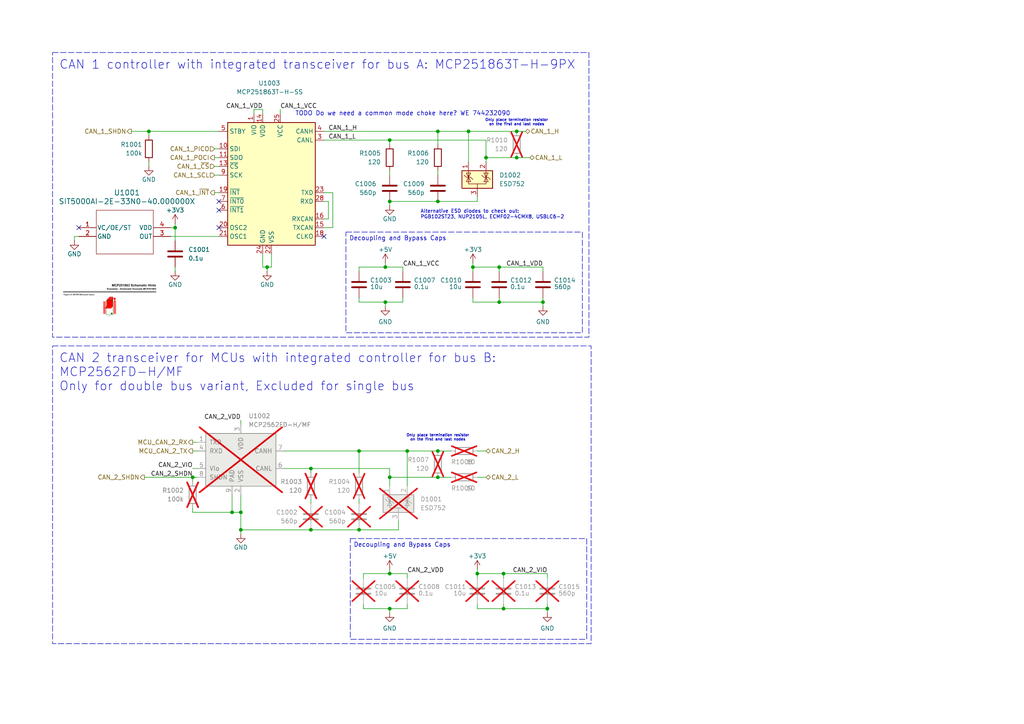
<source format=kicad_sch>
(kicad_sch (version 20231120) (generator "eeschema") (generator_version "8.0")
  (paper "A4")
  (title_block (title "bac MCU MicroMod Main Board Dual Function Single bacBus v1") (date "2025-02-12") (rev "1") (company "Build a CubeSat") (comment 1 "Manuel Imboden") (comment 2 "CC BY-SA 4.0") (comment 3 "https://buildacubesat.space"))
  (lib_symbols
    (symbol "Device:C" (pin_numbers hide) (pin_names (offset 0.254))
      (property "Reference" "C" (at 0.635 2.54 0))
      (property "Value" "C" (at 0.635 -2.54 0))
      (symbol "C_0_1"
        (polyline (pts (xy -2.032 -0.762) (xy 2.032 -0.762)) (stroke (width 0.508)))
        (polyline (pts (xy -2.032 0.762) (xy 2.032 0.762)) (stroke (width 0.508)))
      )
      (symbol "C_1_1"
        (pin passive line (at 0 3.81 270) (length 2.794) (name "~") (number "1"))
        (pin passive line (at 0 -3.81 90) (length 2.794) (name "~") (number "2"))
      )
    )
    (symbol "Device:R" (pin_numbers hide) (pin_names (offset 0))
      (property "Reference" "R" (at 2.032 0 90))
      (property "Value" "R" (at 0 0 90))
      (symbol "R_0_1"
        (rectangle (start -1.016 -2.54) (end 1.016 2.54) (stroke (width 0.254)))
      )
      (symbol "R_1_1"
        (pin passive line (at 0 3.81 270) (length 1.27) (name "~") (number "1"))
        (pin passive line (at 0 -3.81 90) (length 1.27) (name "~") (number "2"))
      )
    )
    (symbol "Interface_CAN_LIN:MCP2562-E-MF" (pin_names (offset 1.016))
      (property "Reference" "U" (at -10.16 8.89 0))
      (property "Value" "MCP2562-E-MF" (at 2.54 8.89 0))
      (symbol "MCP2562-E-MF_0_1"
        (rectangle (start -10.16 7.62) (end 10.16 -7.62) (stroke (width 0.254)) (fill (type background)))
      )
      (symbol "MCP2562-E-MF_1_1"
        (pin input line (at -12.7 5.08 0) (length 2.54) (name "TXD") (number "1"))
        (pin power_in line (at 0 -10.16 90) (length 2.54) (name "VSS") (number "2"))
        (pin power_in line (at 0 10.16 270) (length 2.54) (name "VDD") (number "3"))
        (pin output line (at -12.7 2.54 0) (length 2.54) (name "RXD") (number "4"))
        (pin power_in line (at -12.7 -2.54 0) (length 2.54) (name "Vio") (number "5"))
        (pin bidirectional line (at 12.7 -2.54 180) (length 2.54) (name "CANL") (number "6"))
        (pin bidirectional line (at 12.7 2.54 180) (length 2.54) (name "CANH") (number "7"))
        (pin input line (at -12.7 -5.08 0) (length 2.54) (name "SHDN") (number "8"))
        (pin power_in line (at -2.54 -10.16 90) (length 2.54) (name "PAD") (number "9"))
      )
    )
    (symbol "Power_Protection:NUP2105L" (pin_names hide)
      (property "Reference" "D" (at 5.715 2.54 0))
      (property "Value" "NUP2105L" (at 5.715 0.635 0))
      (symbol "NUP2105L_0_0"
        (pin passive line (at 0 -5.08 90) (length 2.54) (name "A") (number "3"))
      )
      (symbol "NUP2105L_0_1"
        (rectangle (start -4.445 2.54) (end 4.445 -2.54) (stroke (width 0.254)) (fill (type background)))
        (polyline (pts (xy -2.54 2.54) (xy -2.54 0.635)))
        (polyline (pts (xy 0 -1.27) (xy 0 -2.54)))
        (polyline (pts (xy 2.54 2.54) (xy 2.54 0.635)))
        (polyline (pts (xy -3.81 1.27) (xy -3.175 0.635) (xy -1.905 0.635) (xy -1.27 0)))
        (polyline (pts (xy -2.54 0.635) (xy -2.54 -1.27) (xy 2.54 -1.27) (xy 2.54 0.635)))
        (polyline (pts (xy -2.54 0.635) (xy -1.905 -0.635) (xy -3.175 -0.635) (xy -2.54 0.635)))
        (polyline (pts (xy 2.54 0.635) (xy 1.905 -0.635) (xy 3.175 -0.635) (xy 2.54 0.635)))
        (polyline (pts (xy 2.54 0.635) (xy 3.175 1.905) (xy 1.905 1.905) (xy 2.54 0.635)))
        (polyline (pts (xy -2.54 0.635) (xy -3.175 1.905) (xy -1.905 1.905) (xy -2.54 0.635) (xy -2.54 1.27)))
        (polyline (pts (xy 1.27 1.27) (xy 1.905 0.635) (xy 2.54 0.635) (xy 3.175 0.635) (xy 3.81 0)))
      )
      (symbol "NUP2105L_1_1"
        (pin passive line (at -2.54 5.08 270) (length 2.54) (name "K") (number "1"))
        (pin passive line (at 2.54 5.08 270) (length 2.54) (name "K") (number "2"))
      )
    )
    (symbol "bac MicroMod Main Board v1:MT MCP251863T-H/SS"
      (property "Reference" "U" (at -12.7 19.304 0))
      (property "Value" "MT MCP251863T-H-9PX" (at 4.572 19.304 0))
      (symbol "MT MCP251863T-H/SS_0_1"
        (rectangle (start -12.7 17.78) (end 12.7 -17.78) (stroke (width 0.254)) (fill (type background)))
      )
      (symbol "MT MCP251863T-H/SS_1_1"
        (pin power_in line (at -5.08 20.32 270) (length 2.54) (name "VIO") (number "1"))
        (pin input line (at -15.24 10.16 0) (length 2.54) (name "SDI") (number "10"))
        (pin output line (at -15.24 7.62 0) (length 2.54) (name "SDO") (number "11"))
        (pin no_connect line (at 0 -36.83 90) (length 2.54) hide (name "NC") (number "12"))
        (pin input line (at -15.24 5.08 0) (length 2.54) (name "~{CS}") (number "13"))
        (pin power_in line (at -2.54 20.32 270) (length 2.54) (name "VDD") (number "14"))
        (pin output line (at 15.24 -12.7 180) (length 2.54) (name "TXCAN") (number "15"))
        (pin input line (at 15.24 -10.16 180) (length 2.54) (name "RXCAN") (number "16"))
        (pin no_connect line (at 2.54 -36.83 90) (length 2.54) hide (name "NC") (number "17"))
        (pin output line (at 15.24 -15.24 180) (length 2.54) (name "CLKO") (number "18"))
        (pin output line (at -15.24 -2.54 0) (length 2.54) (name "~{INT}") (number "19"))
        (pin no_connect line (at -5.08 -36.83 90) (length 2.54) hide (name "NC") (number "2"))
        (pin output line (at -15.24 -12.7 0) (length 2.54) (name "OSC2") (number "20"))
        (pin input line (at -15.24 -15.24 0) (length 2.54) (name "OSC1") (number "21"))
        (pin power_in line (at 0 -20.32 90) (length 2.54) (name "VSS") (number "22"))
        (pin output line (at 15.24 -2.54 180) (length 2.54) (name "TXD") (number "23"))
        (pin power_in line (at -2.54 -20.32 90) (length 2.54) (name "GND") (number "24"))
        (pin power_in line (at 2.54 20.32 270) (length 2.54) (name "VCC") (number "25"))
        (pin no_connect line (at 5.08 -36.83 90) (length 2.54) hide (name "NC") (number "26"))
        (pin no_connect line (at 7.62 -36.83 90) (length 2.54) hide (name "NC") (number "27"))
        (pin output line (at 15.24 -5.08 180) (length 2.54) (name "RXD") (number "28"))
        (pin bidirectional line (at 15.24 12.7 180) (length 2.54) (name "CANL") (number "3"))
        (pin bidirectional line (at 15.24 15.24 180) (length 2.54) (name "CANH") (number "4"))
        (pin input line (at -15.24 15.24 0) (length 2.54) (name "STBY") (number "5"))
        (pin output line (at -15.24 -7.62 0) (length 2.54) (name "~{INT1}") (number "6"))
        (pin output line (at -15.24 -5.08 0) (length 2.54) (name "~{INT0}") (number "7"))
        (pin no_connect line (at -2.54 -36.83 90) (length 2.54) hide (name "NC") (number "8"))
        (pin input line (at -15.24 2.54 0) (length 2.54) (name "SCK") (number "9"))
      )
    )
    (symbol "bac MicroMod Main Board v1:SiT SIT5000AI-2E-33N0" (pin_names (offset 0.254))
      (property "Reference" "U" (at 0 11.43 0))
      (property "Value" "SiT SIT5000AI-2E-33N0" (at 0 8.89 0))
      (symbol "SiT SIT5000AI-2E-33N0_0_1"
        (polyline (pts (xy -8.89 -6.35) (xy 7.62 -6.35)) (stroke (width 0.127)))
        (polyline (pts (xy -8.89 6.35) (xy -8.89 -6.35)) (stroke (width 0.127)))
        (polyline (pts (xy 7.62 -6.35) (xy 7.62 6.35)) (stroke (width 0.127)))
        (polyline (pts (xy 7.62 6.35) (xy -8.89 6.35)) (stroke (width 0.127)))
        (pin unspecified line (at -13.97 1.27 0) (length 5.08) (name "VC/OE/ST") (number "1"))
        (pin power_out line (at -13.97 -1.27 0) (length 5.08) (name "GND") (number "2"))
        (pin output line (at 12.7 -1.27 180) (length 5.08) (name "OUT") (number "3"))
        (pin power_in line (at 12.7 1.27 180) (length 5.08) (name "VDD") (number "4"))
      )
    )
    (symbol "power:+3.3V" (power) (pin_numbers hide) (pin_names (offset 0) hide)
      (property "Value" "+3.3V" (at 0 3.556 0))
      (symbol "+3.3V_0_1"
        (polyline (pts (xy -0.762 1.27) (xy 0 2.54)))
        (polyline (pts (xy 0 0) (xy 0 2.54)))
        (polyline (pts (xy 0 2.54) (xy 0.762 1.27)))
      )
      (symbol "+3.3V_1_1"
        (pin power_in line (at 0 0 90) (length 0) (name "~") (number "1"))
      )
    )
    (symbol "power:GND" (power) (pin_numbers hide) (pin_names (offset 0) hide)
      (property "Value" "GND" (at 0 -3.81 0))
      (symbol "GND_0_1"
        (polyline (pts (xy 0 0) (xy 0 -1.27) (xy 1.27 -1.27) (xy 0 -2.54) (xy -1.27 -1.27) (xy 0 -1.27)))
      )
      (symbol "GND_1_1"
        (pin power_in line (at 0 0 270) (length 0) (name "~") (number "1"))
      )
    )
  )
  (junction (at 90.17 135.89))
  (junction (at 90.17 153.67))
  (junction (at 67.31 148.59))
  (junction (at 55.88 138.43))
  (junction (at 113.03 58.42))
  (junction (at 138.43 166.37))
  (junction (at 158.75 176.53))
  (junction (at 111.76 77.47))
  (junction (at 113.03 40.64))
  (junction (at 127 38.1))
  (junction (at 50.8 66.04))
  (junction (at 104.14 153.67))
  (junction (at 111.76 87.63))
  (junction (at 149.86 38.1))
  (junction (at 113.03 138.43))
  (junction (at 137.16 77.47))
  (junction (at 135.89 38.1))
  (junction (at 144.78 87.63))
  (junction (at 69.85 148.59))
  (junction (at 146.05 166.37))
  (junction (at 113.03 176.53))
  (junction (at 140.97 45.72))
  (junction (at 127 138.43))
  (junction (at 113.03 166.37))
  (junction (at 146.05 176.53))
  (junction (at 144.78 77.47))
  (junction (at 149.86 45.72))
  (junction (at 127 58.42))
  (junction (at 127 130.81))
  (junction (at 118.11 130.81))
  (junction (at 77.47 77.47))
  (junction (at 104.14 130.81))
  (junction (at 69.85 153.67))
  (junction (at 157.48 87.63))
  (junction (at 43.18 38.1))
  (no_connect (at 22.86 66.04))
  (no_connect (at 63.5 66.04))
  (no_connect (at 63.5 58.42))
  (no_connect (at 63.5 60.96))
  (no_connect (at 93.98 68.58))
  (wire (pts (xy 118.11 130.81) (xy 127 130.81)))
  (wire (pts (xy 113.03 41.91) (xy 113.03 40.64)))
  (wire (pts (xy 82.55 130.81) (xy 104.14 130.81)))
  (wire (pts (xy 116.84 87.63) (xy 111.76 87.63)))
  (wire (pts (xy 113.03 176.53) (xy 105.41 176.53)))
  (wire (pts (xy 137.16 76.2) (xy 137.16 77.47)))
  (wire (pts (xy 93.98 40.64) (xy 113.03 40.64)))
  (wire (pts (xy 55.88 138.43) (xy 57.15 138.43)))
  (wire (pts (xy 50.8 66.04) (xy 50.8 64.77)))
  (wire (pts (xy 113.03 58.42) (xy 127 58.42)))
  (wire (pts (xy 144.78 77.47) (xy 144.78 78.74)))
  (wire (pts (xy 62.23 50.8) (xy 63.5 50.8)))
  (wire (pts (xy 118.11 176.53) (xy 113.03 176.53)))
  (wire (pts (xy 55.88 128.27) (xy 57.15 128.27)))
  (wire (pts (xy 113.03 135.89) (xy 113.03 138.43)))
  (wire (pts (xy 144.78 86.36) (xy 144.78 87.63)))
  (wire (pts (xy 95.25 58.42) (xy 95.25 63.5)))
  (wire (pts (xy 90.17 146.05) (xy 90.17 144.78)))
  (wire (pts (xy 140.97 45.72) (xy 140.97 46.99)))
  (wire (pts (xy 140.97 40.64) (xy 140.97 45.72)))
  (wire (pts (xy 93.98 55.88) (xy 96.52 55.88)))
  (wire (pts (xy 50.8 77.47) (xy 50.8 78.74)))
  (wire (pts (xy 116.84 86.36) (xy 116.84 87.63)))
  (wire (pts (xy 105.41 176.53) (xy 105.41 175.26)))
  (wire (pts (xy 113.03 138.43) (xy 113.03 140.97)))
  (wire (pts (xy 41.91 138.43) (xy 55.88 138.43)))
  (wire (pts (xy 118.11 166.37) (xy 118.11 167.64)))
  (wire (pts (xy 113.03 138.43) (xy 127 138.43)))
  (wire (pts (xy 130.81 138.43) (xy 127 138.43)))
  (wire (pts (xy 73.66 31.75) (xy 73.66 33.02)))
  (wire (pts (xy 152.4 38.1) (xy 149.86 38.1)))
  (wire (pts (xy 96.52 66.04) (xy 93.98 66.04)))
  (wire (pts (xy 116.84 77.47) (xy 116.84 78.74)))
  (wire (pts (xy 77.47 77.47) (xy 77.47 78.74)))
  (wire (pts (xy 67.31 143.51) (xy 67.31 148.59)))
  (wire (pts (xy 49.53 66.04) (xy 50.8 66.04)))
  (wire (pts (xy 22.86 68.58) (xy 21.59 68.58)))
  (wire (pts (xy 138.43 58.42) (xy 127 58.42)))
  (wire (pts (xy 127 49.53) (xy 127 50.8)))
  (wire (pts (xy 69.85 121.92) (xy 69.85 123.19)))
  (wire (pts (xy 43.18 48.26) (xy 43.18 46.99)))
  (wire (pts (xy 118.11 130.81) (xy 118.11 140.97)))
  (wire (pts (xy 146.05 166.37) (xy 158.75 166.37)))
  (wire (pts (xy 115.57 153.67) (xy 104.14 153.67)))
  (wire (pts (xy 158.75 176.53) (xy 158.75 175.26)))
  (wire (pts (xy 137.16 77.47) (xy 137.16 78.74)))
  (wire (pts (xy 138.43 57.15) (xy 138.43 58.42)))
  (wire (pts (xy 104.14 130.81) (xy 118.11 130.81)))
  (wire (pts (xy 157.48 77.47) (xy 157.48 78.74)))
  (wire (pts (xy 113.03 166.37) (xy 118.11 166.37)))
  (wire (pts (xy 127 38.1) (xy 127 41.91)))
  (wire (pts (xy 138.43 165.1) (xy 138.43 166.37)))
  (wire (pts (xy 115.57 151.13) (xy 115.57 153.67)))
  (wire (pts (xy 104.14 130.81) (xy 104.14 137.16)))
  (wire (pts (xy 96.52 55.88) (xy 96.52 66.04)))
  (wire (pts (xy 43.18 38.1) (xy 43.18 39.37)))
  (wire (pts (xy 135.89 38.1) (xy 149.86 38.1)))
  (wire (pts (xy 137.16 87.63) (xy 137.16 86.36)))
  (wire (pts (xy 104.14 77.47) (xy 111.76 77.47)))
  (wire (pts (xy 76.2 77.47) (xy 77.47 77.47)))
  (wire (pts (xy 113.03 40.64) (xy 140.97 40.64)))
  (wire (pts (xy 43.18 38.1) (xy 63.5 38.1)))
  (wire (pts (xy 76.2 73.66) (xy 76.2 77.47)))
  (wire (pts (xy 93.98 38.1) (xy 127 38.1)))
  (wire (pts (xy 158.75 176.53) (xy 158.75 177.8)))
  (wire (pts (xy 127 38.1) (xy 135.89 38.1)))
  (wire (pts (xy 146.05 175.26) (xy 146.05 176.53)))
  (wire (pts (xy 140.97 138.43) (xy 138.43 138.43)))
  (wire (pts (xy 55.88 139.7) (xy 55.88 138.43)))
  (wire (pts (xy 69.85 154.94) (xy 69.85 153.67)))
  (wire (pts (xy 153.67 45.72) (xy 149.86 45.72)))
  (wire (pts (xy 138.43 176.53) (xy 146.05 176.53)))
  (wire (pts (xy 137.16 87.63) (xy 144.78 87.63)))
  (wire (pts (xy 69.85 143.51) (xy 69.85 148.59)))
  (wire (pts (xy 140.97 45.72) (xy 149.86 45.72)))
  (wire (pts (xy 137.16 77.47) (xy 144.78 77.47)))
  (wire (pts (xy 21.59 68.58) (xy 21.59 69.85)))
  (wire (pts (xy 104.14 87.63) (xy 104.14 86.36)))
  (wire (pts (xy 146.05 166.37) (xy 146.05 167.64)))
  (wire (pts (xy 138.43 166.37) (xy 146.05 166.37)))
  (wire (pts (xy 104.14 144.78) (xy 104.14 146.05)))
  (wire (pts (xy 135.89 38.1) (xy 135.89 46.99)))
  (wire (pts (xy 81.28 31.75) (xy 81.28 33.02)))
  (wire (pts (xy 90.17 135.89) (xy 82.55 135.89)))
  (wire (pts (xy 104.14 77.47) (xy 104.14 78.74)))
  (wire (pts (xy 55.88 135.89) (xy 57.15 135.89)))
  (wire (pts (xy 38.1 38.1) (xy 43.18 38.1)))
  (wire (pts (xy 49.53 68.58) (xy 63.5 68.58)))
  (wire (pts (xy 105.41 166.37) (xy 113.03 166.37)))
  (wire (pts (xy 157.48 87.63) (xy 157.48 88.9)))
  (wire (pts (xy 76.2 31.75) (xy 73.66 31.75)))
  (wire (pts (xy 113.03 59.69) (xy 113.03 58.42)))
  (wire (pts (xy 76.2 33.02) (xy 76.2 31.75)))
  (wire (pts (xy 111.76 76.2) (xy 111.76 77.47)))
  (wire (pts (xy 69.85 153.67) (xy 90.17 153.67)))
  (wire (pts (xy 90.17 135.89) (xy 113.03 135.89)))
  (wire (pts (xy 144.78 77.47) (xy 157.48 77.47)))
  (wire (pts (xy 113.03 176.53) (xy 113.03 177.8)))
  (wire (pts (xy 55.88 148.59) (xy 55.88 147.32)))
  (wire (pts (xy 158.75 166.37) (xy 158.75 167.64)))
  (wire (pts (xy 118.11 175.26) (xy 118.11 176.53)))
  (wire (pts (xy 62.23 43.18) (xy 63.5 43.18)))
  (wire (pts (xy 55.88 148.59) (xy 67.31 148.59)))
  (wire (pts (xy 95.25 63.5) (xy 93.98 63.5)))
  (wire (pts (xy 140.97 130.81) (xy 138.43 130.81)))
  (wire (pts (xy 62.23 45.72) (xy 63.5 45.72)))
  (wire (pts (xy 130.81 130.81) (xy 127 130.81)))
  (wire (pts (xy 69.85 148.59) (xy 69.85 153.67)))
  (wire (pts (xy 50.8 66.04) (xy 50.8 69.85)))
  (wire (pts (xy 157.48 87.63) (xy 157.48 86.36)))
  (wire (pts (xy 113.03 50.8) (xy 113.03 49.53)))
  (wire (pts (xy 55.88 130.81) (xy 57.15 130.81)))
  (wire (pts (xy 144.78 87.63) (xy 157.48 87.63)))
  (wire (pts (xy 146.05 176.53) (xy 158.75 176.53)))
  (wire (pts (xy 111.76 87.63) (xy 104.14 87.63)))
  (wire (pts (xy 78.74 73.66) (xy 78.74 77.47)))
  (wire (pts (xy 113.03 165.1) (xy 113.03 166.37)))
  (wire (pts (xy 90.17 153.67) (xy 104.14 153.67)))
  (wire (pts (xy 138.43 176.53) (xy 138.43 175.26)))
  (wire (pts (xy 138.43 166.37) (xy 138.43 167.64)))
  (wire (pts (xy 111.76 77.47) (xy 116.84 77.47)))
  (wire (pts (xy 93.98 58.42) (xy 95.25 58.42)))
  (wire (pts (xy 77.47 77.47) (xy 78.74 77.47)))
  (wire (pts (xy 67.31 148.59) (xy 69.85 148.59)))
  (wire (pts (xy 62.23 55.88) (xy 63.5 55.88)))
  (wire (pts (xy 105.41 166.37) (xy 105.41 167.64)))
  (wire (pts (xy 90.17 137.16) (xy 90.17 135.89)))
  (wire (pts (xy 111.76 87.63) (xy 111.76 88.9)))
  (wire (pts (xy 62.23 48.26) (xy 63.5 48.26)))
  (image (at 31.75 88.9) (scale 0.17893))
  (text_box "CAN 1 controller with integrated transceiver for bus A: MCP251863T-H-9PX" (at 15.24 15.24 0) (size 155.575 82.55) (stroke (width 0) (type dash)) (effects (font (size 2.54 2.54)) (justify left top)))
  (text_box "Decoupling and Bypass Caps" (at 100.33 67.31 0) (size 68.58 29.21) (stroke (width 0) (type dash)) (effects (font (size 1.27 1.27)) (justify left top)))
  (text_box "CAN 2 transceiver for MCUs with integrated controller for bus B: MCP2562FD-H/MF\nOnly for double bus variant, Excluded for single bus" (at 15.24 100.33 0) (size 156.21 86.36) (stroke (width 0) (type dash)) (effects (font (size 2.54 2.54)) (justify left top)))
  (text_box "Decoupling and Bypass Caps" (at 101.6 156.21 0) (size 68.58 29.21) (stroke (width 0) (type dash)) (effects (font (size 1.27 1.27)) (justify left top)))
  (text "Only place termination resistor\non the first and last nodes" (at 149.86 35.56 0) (effects (font (size 0.762 0.762))))
  (text "TODO Do we need a common mode choke here? WE 744232090" (at 116.84 33.02 0) (effects (font (size 1.27 1.27))))
  (text "Alternative ESD diodes to check out:\nPGB102ST23, NUP2105L, ECMF02-4CMX8, USBLC6-2" (at 121.92 62.23 0) (effects (font (size 1.016 1.016)) (justify left)))
  (text "Only place termination resistor\non the first and last nodes" (at 127 127 0) (effects (font (size 0.762 0.762))))
  (label "CAN_1_L" (at 95.25 40.64 0))
  (label "CAN_1_VDD" (at 157.48 77.47 180))
  (label "CAN_2_VIO" (at 158.75 166.37 180))
  (label "CAN_2_VDD" (at 118.11 166.37 0))
  (label "CAN_2_VIO" (at 55.88 135.89 180))
  (label "CAN_1_VDD" (at 76.2 31.75 180))
  (label "CAN_2_VDD" (at 69.85 121.92 180))
  (label "CAN_1_VCC" (at 81.28 31.75 0))
  (label "CAN_2_SHDN" (at 55.88 138.43 180))
  (label "CAN_1_H" (at 95.25 38.1 0))
  (label "CAN_1_VCC" (at 116.84 77.47 0))
  (hierarchical_label "CAN_1_L" (shape bidirectional) (at 153.67 45.72 0))
  (hierarchical_label "CAN_1_PICO" (shape input) (at 62.23 43.18 180))
  (hierarchical_label "CAN_1_SHDN" (shape output) (at 38.1 38.1 180))
  (hierarchical_label "CAN_1_POCI" (shape output) (at 62.23 45.72 180))
  (hierarchical_label "MCU_CAN_2_TX" (shape output) (at 55.88 130.81 180))
  (hierarchical_label "CAN_2_SHDN" (shape output) (at 41.91 138.43 180))
  (hierarchical_label "CAN_1_~{CS}" (shape input) (at 62.23 48.26 180))
  (hierarchical_label "CAN_2_L" (shape bidirectional) (at 140.97 138.43 0))
  (hierarchical_label "MCU_CAN_2_RX" (shape output) (at 55.88 128.27 180))
  (hierarchical_label "CAN_2_H" (shape bidirectional) (at 140.97 130.81 0))
  (hierarchical_label "CAN_1_H" (shape bidirectional) (at 152.4 38.1 0))
  (hierarchical_label "CAN_1_~{INT}" (shape output) (at 62.23 55.88 180))
  (hierarchical_label "CAN_1_SCL" (shape input) (at 62.23 50.8 180))
  (symbol (lib_id "Power_Protection:NUP2105L") (at 115.57 146.05 0) (unit 1) (exclude_from_sim yes) (in_bom no) (on_board no) (dnp yes)
    (property "Reference" "D1001" (at 121.92 144.7799 0) (effects (justify left)))
    (property "Value" "ESD752" (at 121.92 147.3199 0) (effects (justify left)))
    (property "Footprint" "Package_TO_SOT_SMD:SOT-23" (effects (hide yes)))
    (property "Datasheet" "https://www.ti.com/lit/ds/symlink/esd752.pdf" (effects (hide yes)))
    (property "Description" "37V (Typ) Clamp 5.7A (8/20µs) Ipp Tvs Diode Surface Mount SC-70-3" (effects (hide yes)))
  )
  (symbol (lib_id "power:+3.3V") (at 137.16 76.2 0) (unit 1)
    (property "Reference" "#PWR01012" (effects (hide yes)))
    (property "Value" "+3V3" (at 137.16 72.39 0))
    (property "Description" "Power symbol creates a global label with name \"+3.3V\"" (effects (hide yes)))
  )
  (symbol (lib_id "power:+3.3V") (at 111.76 76.2 0) (unit 1)
    (property "Reference" "#PWR01007" (effects (hide yes)))
    (property "Value" "+5V" (at 111.76 72.39 0))
    (property "Description" "Power symbol creates a global label with name \"+3.3V\"" (effects (hide yes)))
  )
  (symbol (lib_id "power:GND") (at 111.76 88.9 0) (unit 1)
    (property "Reference" "#PWR01008" (effects (hide yes)))
    (property "Value" "GND" (at 111.76 93.345 0))
    (property "Description" "Power symbol creates a global label with name \"GND\" , ground" (effects (hide yes)))
  )
  (symbol (lib_id "Interface_CAN_LIN:MCP2562-E-MF") (at 69.85 133.35 0) (unit 1) (exclude_from_sim yes) (in_bom no) (on_board no) (dnp yes)
    (property "Reference" "U1002" (at 72.0441 120.65 0) (effects (justify left)))
    (property "Value" "MCP2562FD-H/MF" (at 72.0441 123.19 0) (effects (justify left)))
    (property "Footprint" "Package_DFN_QFN:DFN-8-1EP_3x3mm_P0.65mm_EP1.55x2.4mm" (effects (hide yes)))
    (property "Datasheet" "http://ww1.microchip.com/downloads/en/DeviceDoc/25167A.pdf" (effects (hide yes)))
    (property "Description" "High-Speed CAN Transceiver, 1Mbps, 5V supply, Vio pin, -40C to +125C, DFN-8" (effects (hide yes)))
  )
  (symbol (lib_id "power:GND") (at 43.18 48.26 0) (unit 1)
    (property "Reference" "#PWR01002" (effects (hide yes)))
    (property "Value" "GND" (at 43.18 52.07 0))
    (property "Description" "Power symbol creates a global label with name \"GND\" , ground" (effects (hide yes)))
  )
  (symbol (lib_id "power:GND") (at 21.59 69.85 0) (unit 1)
    (property "Reference" "#PWR01001" (effects (hide yes)))
    (property "Value" "GND" (at 21.59 73.66 0))
    (property "Description" "Power symbol creates a global label with name \"GND\" , ground" (effects (hide yes)))
  )
  (symbol (lib_id "Device:C") (at 146.05 171.45 0) (unit 1) (exclude_from_sim yes) (in_bom no) (on_board no) (dnp yes)
    (property "Reference" "C1013" (at 149.225 170.18 0) (effects (justify left)))
    (property "Value" "0.1u" (at 149.225 172.085 0) (effects (justify left)))
    (property "Footprint" "bac MicroMod Main Board v1:bac-C-0603-0.1u" (effects (hide yes)))
    (property "Description" "Unpolarized capacitor" (effects (hide yes)))
    (property "Height" "0.95mm" (effects (hide yes)))
    (property "Rated Voltage" "50V" (effects (hide yes)))
    (property "Temperature Coefficient" "X7R" (effects (hide yes)))
  )
  (symbol (lib_id "power:+3.3V") (at 138.43 165.1 0) (unit 1)
    (property "Reference" "#PWR01013" (effects (hide yes)))
    (property "Value" "+3V3" (at 138.43 161.29 0))
    (property "Description" "Power symbol creates a global label with name \"+3.3V\"" (effects (hide yes)))
  )
  (symbol (lib_id "Power_Protection:NUP2105L") (at 138.43 52.07 0) (unit 1)
    (property "Reference" "D1002" (at 144.78 50.7999 0) (effects (justify left)))
    (property "Value" "ESD752" (at 144.78 53.3399 0) (effects (justify left)))
    (property "Footprint" "Package_TO_SOT_SMD:SOT-23" (effects (hide yes)))
    (property "Datasheet" "https://www.ti.com/lit/ds/symlink/esd752.pdf" (effects (hide yes)))
    (property "Description" "37V (Typ) Clamp 5.7A (8/20µs) Ipp Tvs Diode Surface Mount SC-70-3" (effects (hide yes)))
  )
  (symbol (lib_id "Device:R") (at 55.88 143.51 0) (unit 1) (exclude_from_sim yes) (in_bom no) (on_board no) (dnp yes)
    (property "Reference" "R1002" (at 53.34 142.2399 0) (effects (justify right)))
    (property "Value" "100k" (at 53.34 144.7799 0) (effects (justify right)))
    (property "Footprint" "bac MicroMod Main Board v1:bac-R-0603-100k" (effects (hide yes)))
    (property "Description" "Resistor" (effects (hide yes)))
    (property "Series" "E96" (effects (hide yes)))
  )
  (symbol (lib_id "Device:C") (at 90.17 149.86 0) (unit 1) (exclude_from_sim yes) (in_bom no) (on_board no) (dnp yes)
    (property "Reference" "C1002" (at 86.36 148.5899 0) (effects (justify right)))
    (property "Value" "560p" (at 86.36 151.1299 0) (effects (justify right)))
    (property "Footprint" "Capacitor_SMD:C_0603_1608Metric" (effects (hide yes)))
    (property "Description" "Unpolarized capacitor" (effects (hide yes)))
    (property "Height" "0.9mm" (effects (hide yes)))
    (property "Rated Voltage" "50V" (effects (hide yes)))
    (property "Temperature Coefficient" "X7R " (effects (hide yes)))
  )
  (symbol (lib_id "Device:C") (at 104.14 149.86 0) (unit 1) (exclude_from_sim yes) (in_bom no) (on_board no) (dnp yes)
    (property "Reference" "C1004" (at 100.33 148.5899 0) (effects (justify right)))
    (property "Value" "560p" (at 100.33 151.1299 0) (effects (justify right)))
    (property "Footprint" "Capacitor_SMD:C_0603_1608Metric" (effects (hide yes)))
    (property "Description" "Unpolarized capacitor" (effects (hide yes)))
    (property "Height" "0.9mm" (effects (hide yes)))
    (property "Rated Voltage" "50V" (effects (hide yes)))
    (property "Temperature Coefficient" "X7R " (effects (hide yes)))
  )
  (symbol (lib_id "power:GND") (at 77.47 78.74 0) (unit 1)
    (property "Reference" "#PWR01006" (effects (hide yes)))
    (property "Value" "GND" (at 77.47 82.55 0))
    (property "Description" "Power symbol creates a global label with name \"GND\" , ground" (effects (hide yes)))
  )
  (symbol (lib_id "bac MicroMod Main Board v1:SiT SIT5000AI-2E-33N0") (at 36.83 67.31 0) (unit 1)
    (property "Reference" "U1001" (at 36.83 55.88 0) (effects (font (size 1.524 1.524))))
    (property "Value" "SIT5000AI-2E-33N0-40.000000X" (at 36.83 58.42 0) (effects (font (size 1.524 1.524))))
    (property "Footprint" "bac MicroMod Main Board v1:SIT-SIT5000AI-2E-33N0" (effects (hide yes)))
    (property "Datasheet" "https://www.sitime.com/datasheet/SiT5000" (effects (hide yes)))
    (property "Description" "40 MHz TCXO LVCMOS Oscillator 3.3V 4-SMD, No Lead" (effects (hide yes)))
  )
  (symbol (lib_id "power:GND") (at 157.48 88.9 0) (unit 1)
    (property "Reference" "#PWR01014" (effects (hide yes)))
    (property "Value" "GND" (at 157.48 93.345 0))
    (property "Description" "Power symbol creates a global label with name \"GND\" , ground" (effects (hide yes)))
  )
  (symbol (lib_id "power:+3.3V") (at 113.03 165.1 0) (unit 1)
    (property "Reference" "#PWR01010" (effects (hide yes)))
    (property "Value" "+5V" (at 113.03 161.29 0))
    (property "Description" "Power symbol creates a global label with name \"+3.3V\"" (effects (hide yes)))
  )
  (symbol (lib_id "Device:C") (at 127 54.61 0) (unit 1)
    (property "Reference" "C1009" (at 123.19 53.3399 0) (effects (justify right)))
    (property "Value" "560p" (at 123.19 55.8799 0) (effects (justify right)))
    (property "Footprint" "Capacitor_SMD:C_0603_1608Metric" (effects (hide yes)))
    (property "Description" "Unpolarized capacitor" (effects (hide yes)))
    (property "Height" "0.9mm" (effects (hide yes)))
    (property "Rated Voltage" "50V" (effects (hide yes)))
    (property "Temperature Coefficient" "X7R " (effects (hide yes)))
  )
  (symbol (lib_id "Device:C") (at 158.75 171.45 0) (unit 1) (exclude_from_sim yes) (in_bom no) (on_board no) (dnp yes)
    (property "Reference" "C1015" (at 161.925 170.18 0) (effects (justify left)))
    (property "Value" "560p" (at 161.925 172.085 0) (effects (justify left)))
    (property "Footprint" "Capacitor_SMD:C_0603_1608Metric" (effects (hide yes)))
    (property "Description" "Unpolarized capacitor" (effects (hide yes)))
    (property "Height" "0.9mm" (effects (hide yes)))
    (property "Rated Voltage" "50V" (effects (hide yes)))
    (property "Temperature Coefficient" "X7R " (effects (hide yes)))
  )
  (symbol (lib_id "Device:R") (at 134.62 130.81 90) (unit 1) (exclude_from_sim yes) (in_bom no) (on_board no) (dnp yes)
    (property "Reference" "R1008" (at 130.81 133.985 90) (effects (justify right)))
    (property "Value" "10" (at 135.255 133.985 90) (effects (justify right)))
    (property "Footprint" "bac MicroMod Main Board v1:bac-R-0603-10" (effects (hide yes)))
    (property "Description" "Resistor" (effects (hide yes)))
    (property "Series" "E96" (effects (hide yes)))
  )
  (symbol (lib_id "Device:C") (at 116.84 82.55 0) (unit 1)
    (property "Reference" "C1007" (at 120.015 81.28 0) (effects (justify left)))
    (property "Value" "0.1u" (at 120.015 83.185 0) (effects (justify left)))
    (property "Footprint" "bac MicroMod Main Board v1:bac-C-0603-0.1u" (effects (hide yes)))
    (property "Description" "Unpolarized capacitor" (effects (hide yes)))
    (property "Height" "0.95mm" (effects (hide yes)))
    (property "Rated Voltage" "50V" (effects (hide yes)))
    (property "Temperature Coefficient" "X7R" (effects (hide yes)))
  )
  (symbol (lib_id "power:GND") (at 69.85 154.94 0) (unit 1)
    (property "Reference" "#PWR01005" (effects (hide yes)))
    (property "Value" "GND" (at 69.85 158.75 0))
    (property "Description" "Power symbol creates a global label with name \"GND\" , ground" (effects (hide yes)))
  )
  (symbol (lib_id "Device:C") (at 157.48 82.55 0) (unit 1)
    (property "Reference" "C1014" (at 160.655 81.28 0) (effects (justify left)))
    (property "Value" "560p" (at 160.655 83.185 0) (effects (justify left)))
    (property "Footprint" "Capacitor_SMD:C_0603_1608Metric" (effects (hide yes)))
    (property "Description" "Unpolarized capacitor" (effects (hide yes)))
    (property "Height" "0.9mm" (effects (hide yes)))
    (property "Rated Voltage" "50V" (effects (hide yes)))
    (property "Temperature Coefficient" "X7R " (effects (hide yes)))
  )
  (symbol (lib_id "Device:R") (at 43.18 43.18 0) (mirror x) (unit 1) (exclude_from_sim yes) (in_bom no) (on_board no)
    (property "Reference" "R1001" (at 41.275 41.91 0) (effects (justify right)))
    (property "Value" "100k" (at 41.275 44.45 0) (effects (justify right)))
    (property "Footprint" "bac MicroMod Main Board v1:bac-R-0603-100k" (effects (hide yes)))
    (property "Description" "Resistor" (effects (hide yes)))
    (property "Series" "E96" (effects (hide yes)))
  )
  (symbol (lib_id "Device:C") (at 137.16 82.55 0) (mirror y) (unit 1)
    (property "Reference" "C1010" (at 133.985 81.28 0) (effects (justify left)))
    (property "Value" "10u" (at 133.985 83.185 0) (effects (justify left)))
    (property "Footprint" "bac MicroMod Main Board v1:bac-C-0805-10u" (effects (hide yes)))
    (property "Description" "Unpolarized capacitor" (effects (hide yes)))
    (property "Rated Voltage" "35V" (effects (hide yes)))
    (property "Temperature Coefficient" "X7R" (effects (hide yes)))
  )
  (symbol (lib_id "Device:R") (at 134.62 138.43 90) (unit 1) (exclude_from_sim yes) (in_bom no) (on_board no) (dnp yes)
    (property "Reference" "R1009" (at 130.81 141.605 90) (effects (justify right)))
    (property "Value" "10" (at 135.255 141.605 90) (effects (justify right)))
    (property "Footprint" "bac MicroMod Main Board v1:bac-R-0603-10" (effects (hide yes)))
    (property "Description" "Resistor" (effects (hide yes)))
    (property "Series" "E96" (effects (hide yes)))
  )
  (symbol (lib_id "power:GND") (at 158.75 177.8 0) (unit 1)
    (property "Reference" "#PWR01015" (effects (hide yes)))
    (property "Value" "GND" (at 158.75 182.245 0))
    (property "Description" "Power symbol creates a global label with name \"GND\" , ground" (effects (hide yes)))
  )
  (symbol (lib_id "power:GND") (at 113.03 177.8 0) (unit 1)
    (property "Reference" "#PWR01011" (effects (hide yes)))
    (property "Value" "GND" (at 113.03 182.245 0))
    (property "Description" "Power symbol creates a global label with name \"GND\" , ground" (effects (hide yes)))
  )
  (symbol (lib_id "Device:R") (at 113.03 45.72 0) (unit 1)
    (property "Reference" "R1005" (at 110.49 44.4499 0) (effects (justify right)))
    (property "Value" "120" (at 110.49 46.9899 0) (effects (justify right)))
    (property "Footprint" "Resistor_SMD:R_0603_1608Metric" (effects (hide yes)))
    (property "Description" "Resistor" (effects (hide yes)))
    (property "Series" "E96" (effects (hide yes)))
  )
  (symbol (lib_id "power:GND") (at 50.8 78.74 0) (unit 1)
    (property "Reference" "#PWR01004" (effects (hide yes)))
    (property "Value" "GND" (at 50.8 82.55 0))
    (property "Description" "Power symbol creates a global label with name \"GND\" , ground" (effects (hide yes)))
  )
  (symbol (lib_id "Device:R") (at 90.17 140.97 0) (unit 1) (exclude_from_sim yes) (in_bom no) (on_board no) (dnp yes)
    (property "Reference" "R1003" (at 87.63 139.6999 0) (effects (justify right)))
    (property "Value" "120" (at 87.63 142.2399 0) (effects (justify right)))
    (property "Footprint" "Resistor_SMD:R_0603_1608Metric" (effects (hide yes)))
    (property "Description" "Resistor" (effects (hide yes)))
    (property "Series" "E96" (effects (hide yes)))
  )
  (symbol (lib_id "Device:C") (at 50.8 73.66 0) (mirror y) (unit 1)
    (property "Reference" "C1001" (at 54.61 72.3899 0) (effects (justify right)))
    (property "Value" "0.1u" (at 54.61 74.9299 0) (effects (justify right)))
    (property "Footprint" "bac MicroMod Main Board v1:bac-C-0603-0.1u" (effects (hide yes)))
    (property "Description" "Unpolarized capacitor" (effects (hide yes)))
    (property "Height" "0.95mm" (effects (hide yes)))
    (property "Rated Voltage" "50V" (effects (hide yes)))
    (property "Temperature Coefficient" "X7R" (effects (hide yes)))
  )
  (symbol (lib_id "Device:R") (at 104.14 140.97 0) (unit 1) (exclude_from_sim yes) (in_bom no) (on_board no) (dnp yes)
    (property "Reference" "R1004" (at 101.6 139.6999 0) (effects (justify right)))
    (property "Value" "120" (at 101.6 142.2399 0) (effects (justify right)))
    (property "Footprint" "Resistor_SMD:R_0603_1608Metric" (effects (hide yes)))
    (property "Description" "Resistor" (effects (hide yes)))
    (property "Series" "E96" (effects (hide yes)))
  )
  (symbol (lib_id "bac MicroMod Main Board v1:MT MCP251863T-H/SS") (at 78.74 53.34 0) (unit 1)
    (property "Reference" "U1003" (at 74.93 24.13 0) (effects (justify left)))
    (property "Value" "MCP251863T-H-SS" (at 68.58 26.67 0) (effects (justify left)))
    (property "Footprint" "bac MicroMod Main Board v1:MT-MCP251863T-H-SS" (effects (hide yes)))
    (property "Datasheet" "https://cz.mouser.com/datasheet/2/268/MCP251863_External_CAN_FD_Controller_with_Integrat-3442054.pdf" (effects (hide yes)))
    (property "Description" "External CAN FD Controller with Integrated Transceiver, VQFN-28" (effects (hide yes)))
    (property "Height" "2.0mm" (effects (hide yes)))
  )
  (symbol (lib_id "power:GND") (at 113.03 59.69 0) (unit 1)
    (property "Reference" "#PWR01009" (effects (hide yes)))
    (property "Value" "GND" (at 113.03 63.5 0))
    (property "Description" "Power symbol creates a global label with name \"GND\" , ground" (effects (hide yes)))
  )
  (symbol (lib_id "Device:C") (at 105.41 171.45 0) (unit 1) (exclude_from_sim yes) (in_bom no) (on_board no) (dnp yes)
    (property "Reference" "C1005" (at 108.585 170.18 0) (effects (justify left)))
    (property "Value" "10u" (at 108.585 172.085 0) (effects (justify left)))
    (property "Footprint" "bac MicroMod Main Board v1:bac-C-0805-10u" (effects (hide yes)))
    (property "Description" "Unpolarized capacitor" (effects (hide yes)))
    (property "Rated Voltage" "35V" (effects (hide yes)))
    (property "Temperature Coefficient" "X7R" (effects (hide yes)))
  )
  (symbol (lib_id "Device:C") (at 113.03 54.61 0) (unit 1)
    (property "Reference" "C1006" (at 109.22 53.3399 0) (effects (justify right)))
    (property "Value" "560p" (at 109.22 55.8799 0) (effects (justify right)))
    (property "Footprint" "Capacitor_SMD:C_0603_1608Metric" (effects (hide yes)))
    (property "Description" "Unpolarized capacitor" (effects (hide yes)))
    (property "Height" "0.9mm" (effects (hide yes)))
    (property "Rated Voltage" "50V" (effects (hide yes)))
    (property "Temperature Coefficient" "X7R " (effects (hide yes)))
  )
  (symbol (lib_id "Device:R") (at 127 134.62 0) (unit 1) (exclude_from_sim yes) (in_bom no) (on_board no) (dnp yes)
    (property "Reference" "R1007" (at 124.46 133.3499 0) (effects (justify right)))
    (property "Value" "120" (at 124.46 135.8899 0) (effects (justify right)))
    (property "Footprint" "Resistor_SMD:R_0603_1608Metric" (effects (hide yes)))
    (property "Description" "Resistor" (effects (hide yes)))
    (property "Series" "E96" (effects (hide yes)))
  )
  (symbol (lib_id "Device:R") (at 127 45.72 0) (unit 1)
    (property "Reference" "R1006" (at 124.46 44.4499 0) (effects (justify right)))
    (property "Value" "120" (at 124.46 46.9899 0) (effects (justify right)))
    (property "Footprint" "Resistor_SMD:R_0603_1608Metric" (effects (hide yes)))
    (property "Description" "Resistor" (effects (hide yes)))
    (property "Series" "E96" (effects (hide yes)))
  )
  (symbol (lib_id "Device:C") (at 118.11 171.45 0) (unit 1) (exclude_from_sim yes) (in_bom no) (on_board no) (dnp yes)
    (property "Reference" "C1008" (at 121.285 170.18 0) (effects (justify left)))
    (property "Value" "0.1u" (at 121.285 172.085 0) (effects (justify left)))
    (property "Footprint" "bac MicroMod Main Board v1:bac-C-0603-0.1u" (effects (hide yes)))
    (property "Description" "Unpolarized capacitor" (effects (hide yes)))
    (property "Height" "0.95mm" (effects (hide yes)))
    (property "Rated Voltage" "50V" (effects (hide yes)))
    (property "Temperature Coefficient" "X7R" (effects (hide yes)))
  )
  (symbol (lib_id "Device:C") (at 138.43 171.45 0) (mirror y) (unit 1) (exclude_from_sim yes) (in_bom no) (on_board no) (dnp yes)
    (property "Reference" "C1011" (at 135.255 170.18 0) (effects (justify left)))
    (property "Value" "10u" (at 135.255 172.085 0) (effects (justify left)))
    (property "Footprint" "bac MicroMod Main Board v1:bac-C-0805-10u" (effects (hide yes)))
    (property "Description" "Unpolarized capacitor" (effects (hide yes)))
    (property "Rated Voltage" "35V" (effects (hide yes)))
    (property "Temperature Coefficient" "X7R" (effects (hide yes)))
  )
  (symbol (lib_id "Device:R") (at 149.86 41.91 0) (unit 1) (dnp yes)
    (property "Reference" "R1010" (at 147.32 40.6399 0) (effects (justify right)))
    (property "Value" "120" (at 147.32 43.1799 0) (effects (justify right)))
    (property "Footprint" "Resistor_SMD:R_0603_1608Metric" (effects (hide yes)))
    (property "Description" "Resistor" (effects (hide yes)))
    (property "Series" "E96" (effects (hide yes)))
  )
  (symbol (lib_id "Device:C") (at 104.14 82.55 0) (unit 1)
    (property "Reference" "C1003" (at 107.315 81.28 0) (effects (justify left)))
    (property "Value" "10u" (at 107.315 83.185 0) (effects (justify left)))
    (property "Footprint" "bac MicroMod Main Board v1:bac-C-0805-10u" (effects (hide yes)))
    (property "Description" "Unpolarized capacitor" (effects (hide yes)))
    (property "Rated Voltage" "35V" (effects (hide yes)))
    (property "Temperature Coefficient" "X7R" (effects (hide yes)))
  )
  (symbol (lib_id "power:+3.3V") (at 50.8 64.77 0) (unit 1)
    (property "Reference" "#PWR01003" (effects (hide yes)))
    (property "Value" "+3V3" (at 50.8 60.96 0))
    (property "Description" "Power symbol creates a global label with name \"+3.3V\"" (effects (hide yes)))
  )
  (symbol (lib_id "Device:C") (at 144.78 82.55 0) (unit 1)
    (property "Reference" "C1012" (at 147.955 81.28 0) (effects (justify left)))
    (property "Value" "0.1u" (at 147.955 83.185 0) (effects (justify left)))
    (property "Footprint" "bac MicroMod Main Board v1:bac-C-0603-0.1u" (effects (hide yes)))
    (property "Description" "Unpolarized capacitor" (effects (hide yes)))
    (property "Height" "0.95mm" (effects (hide yes)))
    (property "Rated Voltage" "50V" (effects (hide yes)))
    (property "Temperature Coefficient" "X7R" (effects (hide yes)))
  )
)
</source>
